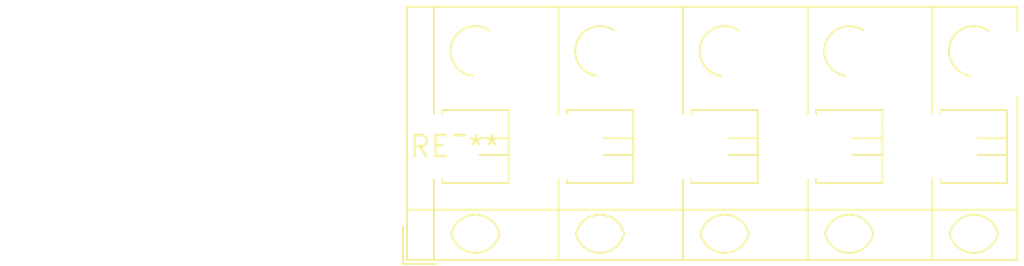
<source format=kicad_pcb>
(kicad_pcb (version 20240108) (generator pcbnew)
  (layers (0 "F.Cu" signal) (31 "B.Cu" signal) (34 "B.Paste" user) (35 "F.Paste" user) (36 "B.SilkS" user "B.Silkscreen") (37 "F.SilkS" user "F.Silkscreen") (38 "B.Mask" user) (39 "F.Mask" user) (44 "Edge.Cuts" user))
  (net 0 "")
  (footprint "TerminalBlock_WAGO_804-305_1x05_P7.50mm_45Degree" (layer "F.Cu") (at 0 0)
    (property "Reference" "REF**")
    (property "Value" "TerminalBlock_WAGO_804-305_1x05_P7.50mm_45Degree")
    (fp_line (start -3.11 4.82) (end -3.11 7.06) (layer "F.SilkS") (stroke (width 0.12)))
    (fp_line (start -3.11 7.06) (end -1.11 7.06) (layer "F.SilkS") (stroke (width 0.12)))
    (fp_line (start -2.87 -8.42) (end -2.87 6.82) (layer "F.SilkS") (stroke (width 0.12)))
    (fp_line (start -2.87 -8.42) (end 33.871 -8.42) (layer "F.SilkS") (stroke (width 0.12)))
    (fp_line (start -2.87 3.8) (end 33.871 3.8) (layer "F.SilkS") (stroke (width 0.12)))
    (fp_line (start -2.87 6.82) (end 33.871 6.82) (layer "F.SilkS") (stroke (width 0.12)))
    (fp_line (start -1.25 -8.42) (end -1.25 -1.98) (layer "F.SilkS") (stroke (width 0.12)))
    (fp_line (start -1.25 1.98) (end -1.25 6.82) (layer "F.SilkS") (stroke (width 0.12)))
    (fp_line (start -0.75 -2.2) (end -0.75 -1.98) (layer "F.SilkS") (stroke (width 0.12)))
    (fp_line (start -0.75 -2.2) (end 3.25 -2.2) (layer "F.SilkS") (stroke (width 0.12)))
    (fp_line (start -0.75 1.98) (end -0.75 2.2) (layer "F.SilkS") (stroke (width 0.12)))
    (fp_line (start -0.75 2.2) (end 3.25 2.2) (layer "F.SilkS") (stroke (width 0.12)))
    (fp_line (start 1.48 -0.5) (end 3.25 -0.5) (layer "F.SilkS") (stroke (width 0.12)))
    (fp_line (start 1.48 0.5) (end 3.25 0.5) (layer "F.SilkS") (stroke (width 0.12)))
    (fp_line (start 3.25 -2.2) (end 3.25 2.2) (layer "F.SilkS") (stroke (width 0.12)))
    (fp_line (start 3.25 -0.5) (end 3.25 0.5) (layer "F.SilkS") (stroke (width 0.12)))
    (fp_line (start 6.25 -8.42) (end 6.25 -1.98) (layer "F.SilkS") (stroke (width 0.12)))
    (fp_line (start 6.25 1.98) (end 6.25 6.82) (layer "F.SilkS") (stroke (width 0.12)))
    (fp_line (start 6.75 -2.2) (end 6.75 -1.98) (layer "F.SilkS") (stroke (width 0.12)))
    (fp_line (start 6.75 -2.2) (end 10.75 -2.2) (layer "F.SilkS") (stroke (width 0.12)))
    (fp_line (start 6.75 1.98) (end 6.75 2.2) (layer "F.SilkS") (stroke (width 0.12)))
    (fp_line (start 6.75 2.2) (end 10.75 2.2) (layer "F.SilkS") (stroke (width 0.12)))
    (fp_line (start 8.98 -0.5) (end 10.75 -0.5) (layer "F.SilkS") (stroke (width 0.12)))
    (fp_line (start 8.98 0.5) (end 10.75 0.5) (layer "F.SilkS") (stroke (width 0.12)))
    (fp_line (start 10.75 -2.2) (end 10.75 2.2) (layer "F.SilkS") (stroke (width 0.12)))
    (fp_line (start 10.75 -0.5) (end 10.75 0.5) (layer "F.SilkS") (stroke (width 0.12)))
    (fp_line (start 13.75 -8.42) (end 13.75 -1.98) (layer "F.SilkS") (stroke (width 0.12)))
    (fp_line (start 13.75 1.98) (end 13.75 6.82) (layer "F.SilkS") (stroke (width 0.12)))
    (fp_line (start 14.25 -2.2) (end 14.25 -1.98) (layer "F.SilkS") (stroke (width 0.12)))
    (fp_line (start 14.25 -2.2) (end 18.25 -2.2) (layer "F.SilkS") (stroke (width 0.12)))
    (fp_line (start 14.25 1.98) (end 14.25 2.2) (layer "F.SilkS") (stroke (width 0.12)))
    (fp_line (start 14.25 2.2) (end 18.25 2.2) (layer "F.SilkS") (stroke (width 0.12)))
    (fp_line (start 16.48 -0.5) (end 18.25 -0.5) (layer "F.SilkS") (stroke (width 0.12)))
    (fp_line (start 16.48 0.5) (end 18.25 0.5) (layer "F.SilkS") (stroke (width 0.12)))
    (fp_line (start 18.25 -2.2) (end 18.25 2.2) (layer "F.SilkS") (stroke (width 0.12)))
    (fp_line (start 18.25 -0.5) (end 18.25 0.5) (layer "F.SilkS") (stroke (width 0.12)))
    (fp_line (start 21.25 -8.42) (end 21.25 -1.98) (layer "F.SilkS") (stroke (width 0.12)))
    (fp_line (start 21.25 1.98) (end 21.25 6.82) (layer "F.SilkS") (stroke (width 0.12)))
    (fp_line (start 21.75 -2.2) (end 21.75 -1.98) (layer "F.SilkS") (stroke (width 0.12)))
    (fp_line (start 21.75 -2.2) (end 25.75 -2.2) (layer "F.SilkS") (stroke (width 0.12)))
    (fp_line (start 21.75 1.98) (end 21.75 2.2) (layer "F.SilkS") (stroke (width 0.12)))
    (fp_line (start 21.75 2.2) (end 25.75 2.2) (layer "F.SilkS") (stroke (width 0.12)))
    (fp_line (start 23.98 -0.5) (end 25.75 -0.5) (layer "F.SilkS") (stroke (width 0.12)))
    (fp_line (start 23.98 0.5) (end 25.75 0.5) (layer "F.SilkS") (stroke (width 0.12)))
    (fp_line (start 25.75 -2.2) (end 25.75 2.2) (layer "F.SilkS") (stroke (width 0.12)))
    (fp_line (start 25.75 -0.5) (end 25.75 0.5) (layer "F.SilkS") (stroke (width 0.12)))
    (fp_line (start 28.75 -8.42) (end 28.75 -1.98) (layer "F.SilkS") (stroke (width 0.12)))
    (fp_line (start 28.75 1.98) (end 28.75 6.82) (layer "F.SilkS") (stroke (width 0.12)))
    (fp_line (start 29.25 -2.2) (end 29.25 -1.98) (layer "F.SilkS") (stroke (width 0.12)))
    (fp_line (start 29.25 -2.2) (end 33.25 -2.2) (layer "F.SilkS") (stroke (width 0.12)))
    (fp_line (start 29.25 1.98) (end 29.25 2.2) (layer "F.SilkS") (stroke (width 0.12)))
    (fp_line (start 29.25 2.2) (end 33.25 2.2) (layer "F.SilkS") (stroke (width 0.12)))
    (fp_line (start 31.48 -0.5) (end 33.25 -0.5) (layer "F.SilkS") (stroke (width 0.12)))
    (fp_line (start 31.48 0.5) (end 33.25 0.5) (layer "F.SilkS") (stroke (width 0.12)))
    (fp_line (start 33.25 -2.2) (end 33.25 2.2) (layer "F.SilkS") (stroke (width 0.12)))
    (fp_line (start 33.25 -0.5) (end 33.25 0.5) (layer "F.SilkS") (stroke (width 0.12)))
    (fp_line (start 33.871 -8.42) (end 33.871 -6.98) (layer "F.SilkS") (stroke (width 0.12)))
    (fp_line (start 33.871 -3.02) (end 33.871 6.82) (layer "F.SilkS") (stroke (width 0.12)))
    (fp_arc (start -0.200865 5.250424) (mid 1.250296 4.099926) (end 2.701 5.251) (layer "F.SilkS") (stroke (width 0.12)))
    (fp_arc (start 1.040798 -4.264067) (mid -0.146039 -6.300306) (end 2.111 -6.979) (layer "F.SilkS") (stroke (width 0.12)))
    (fp_arc (start 2.7 5.25) (mid 1.250068 6.400101) (end -0.199969 5.250133) (layer "F.SilkS") (stroke (width 0.12)))
    (fp_arc (start 7.299135 5.250424) (mid 8.750296 4.099926) (end 10.201 5.251) (layer "F.SilkS") (stroke (width 0.12)))
    (fp_arc (start 8.540798 -4.264067) (mid 7.353961 -6.300306) (end 9.611 -6.979) (layer "F.SilkS") (stroke (width 0.12)))
    (fp_arc (start 10.2 5.25) (mid 8.750068 6.400101) (end 7.300031 5.250133) (layer "F.SilkS") (stroke (width 0.12)))
    (fp_arc (start 14.799135 5.250424) (mid 16.250296 4.099926) (end 17.701 5.251) (layer "F.SilkS") (stroke (width 0.12)))
    (fp_arc (start 16.040798 -4.264067) (mid 14.853961 -6.300306) (end 17.111 -6.979) (layer "F.SilkS") (stroke (width 0.12)))
    (fp_arc (start 17.7 5.25) (mid 16.250068 6.400101) (end 14.800031 5.250133) (layer "F.SilkS") (stroke (width 0.12)))
    (fp_arc (start 22.299135 5.250424) (mid 23.750296 4.099926) (end 25.201 5.251) (layer "F.SilkS") (stroke (width 0.12)))
    (fp_arc (start 23.540798 -4.264067) (mid 22.353961 -6.300306) (end 24.611 -6.979) (layer "F.SilkS") (stroke (width 0.12)))
    (fp_arc (start 25.2 5.25) (mid 23.750068 6.400101) (end 22.300031 5.250133) (layer "F.SilkS") (stroke (width 0.12)))
    (fp_arc (start 29.799135 5.250424) (mid 31.250296 4.099926) (end 32.701 5.251) (layer "F.SilkS") (stroke (width 0.12)))
    (fp_arc (start 31.040798 -4.264067) (mid 29.853961 -6.300306) (end 32.111 -6.979) (layer "F.SilkS") (stroke (width 0.12)))
    (fp_arc (start 32.701 5.25) (mid 31.250296 6.401074) (end 29.799135 5.250576) (layer "F.SilkS") (stroke (width 0.12)))
    (pad "1" thru_hole rect (at 0 0) (size 2 3) (drill 1.2) (layers *.Cu *.Mask) (remove_unused_layers))
    (pad "1" thru_hole rect (at 2.5 -5) (size 2 3) (drill 1.2) (layers *.Cu *.Mask) (remove_unused_layers))
    (pad "2" thru_hole oval (at 7.5 0) (size 2 3) (drill 1.2) (layers *.Cu *.Mask) (remove_unused_layers))
    (pad "2" thru_hole oval (at 10 -5) (size 2 3) (drill 1.2) (layers *.Cu *.Mask) (remove_unused_layers))
    (pad "3" thru_hole oval (at 15 0) (size 2 3) (drill 1.2) (layers *.Cu *.Mask) (remove_unused_layers))
    (pad "3" thru_hole oval (at 17.5 -5) (size 2 3) (drill 1.2) (layers *.Cu *.Mask) (remove_unused_layers))
    (pad "4" thru_hole oval (at 22.5 0) (size 2 3) (drill 1.2) (layers *.Cu *.Mask) (remove_unused_layers))
    (pad "4" thru_hole oval (at 25 -5) (size 2 3) (drill 1.2) (layers *.Cu *.Mask) (remove_unused_layers))
    (pad "5" thru_hole oval (at 30 0) (size 2 3) (drill 1.2) (layers *.Cu *.Mask) (remove_unused_layers))
    (pad "5" thru_hole oval (at 32.5 -5) (size 2 3) (drill 1.2) (layers *.Cu *.Mask) (remove_unused_layers))
  )
)
</source>
